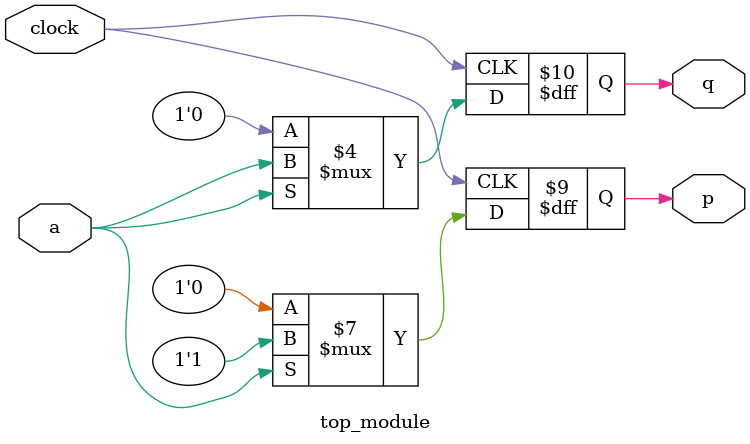
<source format=sv>
module top_module (
    input wire clock,
    input wire a,
    output reg p,
    output reg q
);

always @(posedge clock) begin
    if (a == 0) begin
        p <= 0;
        q <= 0;
    end else begin
        p <= 1;
        q <= a;
    end
end

endmodule

</source>
